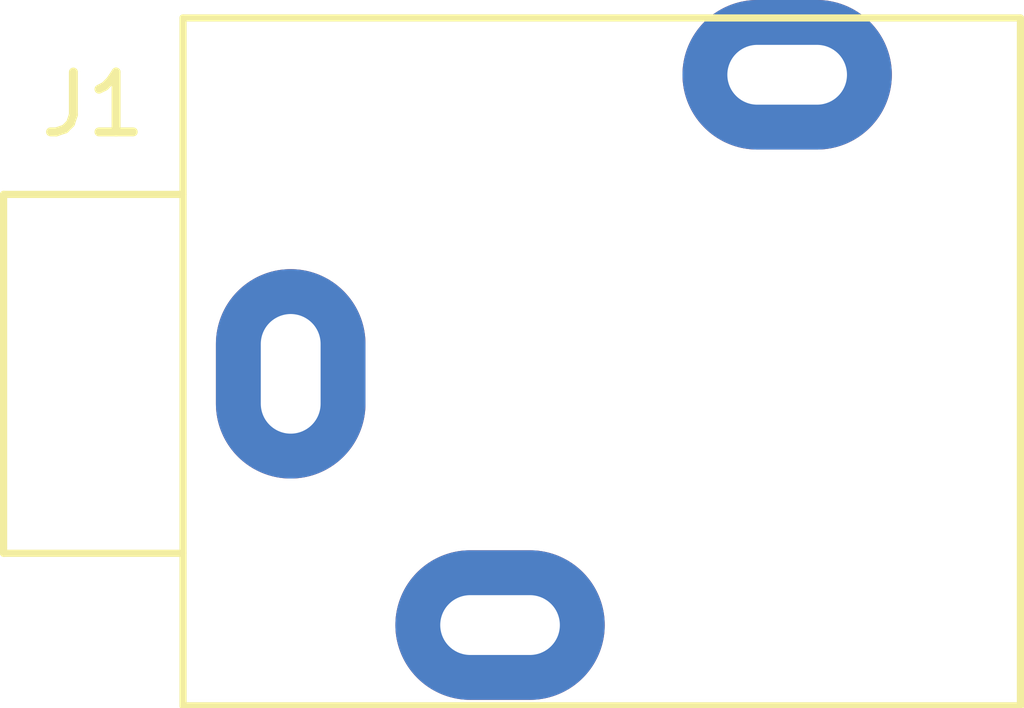
<source format=kicad_pcb>
(kicad_pcb (version 20171130) (host pcbnew "(5.1.4)-1")

  (general
    (thickness 1.6)
    (drawings 0)
    (tracks 0)
    (zones 0)
    (modules 1)
    (nets 1)
  )

  (page A4)
  (layers
    (0 F.Cu signal)
    (31 B.Cu signal)
    (32 B.Adhes user)
    (33 F.Adhes user)
    (34 B.Paste user)
    (35 F.Paste user)
    (36 B.SilkS user)
    (37 F.SilkS user)
    (38 B.Mask user)
    (39 F.Mask user)
    (40 Dwgs.User user)
    (41 Cmts.User user)
    (42 Eco1.User user)
    (43 Eco2.User user)
    (44 Edge.Cuts user)
    (45 Margin user)
    (46 B.CrtYd user)
    (47 F.CrtYd user)
    (48 B.Fab user)
    (49 F.Fab user)
  )

  (setup
    (last_trace_width 0.25)
    (trace_clearance 0.2)
    (zone_clearance 0.508)
    (zone_45_only no)
    (trace_min 0.2)
    (via_size 0.8)
    (via_drill 0.4)
    (via_min_size 0.4)
    (via_min_drill 0.3)
    (uvia_size 0.3)
    (uvia_drill 0.1)
    (uvias_allowed no)
    (uvia_min_size 0.2)
    (uvia_min_drill 0.1)
    (edge_width 0.05)
    (segment_width 0.2)
    (pcb_text_width 0.3)
    (pcb_text_size 1.5 1.5)
    (mod_edge_width 0.12)
    (mod_text_size 1 1)
    (mod_text_width 0.15)
    (pad_size 1.524 1.524)
    (pad_drill 0.762)
    (pad_to_mask_clearance 0.051)
    (solder_mask_min_width 0.25)
    (aux_axis_origin 0 0)
    (visible_elements FFFFFF7F)
    (pcbplotparams
      (layerselection 0x010fc_ffffffff)
      (usegerberextensions false)
      (usegerberattributes false)
      (usegerberadvancedattributes false)
      (creategerberjobfile false)
      (excludeedgelayer true)
      (linewidth 0.100000)
      (plotframeref false)
      (viasonmask false)
      (mode 1)
      (useauxorigin false)
      (hpglpennumber 1)
      (hpglpenspeed 20)
      (hpglpendiameter 15.000000)
      (psnegative false)
      (psa4output false)
      (plotreference true)
      (plotvalue true)
      (plotinvisibletext false)
      (padsonsilk false)
      (subtractmaskfromsilk false)
      (outputformat 1)
      (mirror false)
      (drillshape 1)
      (scaleselection 1)
      (outputdirectory ""))
  )

  (net 0 "")

  (net_class Default "This is the default net class."
    (clearance 0.2)
    (trace_width 0.25)
    (via_dia 0.8)
    (via_drill 0.4)
    (uvia_dia 0.3)
    (uvia_drill 0.1)
    (add_net "Net-(J1-PadR)")
    (add_net "Net-(J1-PadS)")
    (add_net "Net-(J1-PadT)")
  )

  (module user-footprints:SJ1-3513N (layer F.Cu) (tedit 5D9B12C7) (tstamp 5D9B4AFD)
    (at 130.75 73.5)
    (path /5D9C2343)
    (fp_text reference J1 (at -1.5 -4.5) (layer F.SilkS)
      (effects (font (size 1 1) (thickness 0.15)))
    )
    (fp_text value AudioJack3 (at 1.5 -0.25) (layer F.Fab)
      (effects (font (size 1 1) (thickness 0.15)))
    )
    (fp_line (start -3 3) (end 0 3) (layer F.CrtYd) (width 0.12))
    (fp_line (start -3 -3) (end -3 3) (layer F.CrtYd) (width 0.12))
    (fp_line (start 0 -3) (end -3 -3) (layer F.CrtYd) (width 0.12))
    (fp_line (start 0 5.55) (end 0 -5.95) (layer F.CrtYd) (width 0.12))
    (fp_line (start 14 5.55) (end 0 5.55) (layer F.CrtYd) (width 0.12))
    (fp_line (start 14 -5.95) (end 14 5.55) (layer F.CrtYd) (width 0.12))
    (fp_line (start 0 -5.95) (end 14 -5.95) (layer F.CrtYd) (width 0.12))
    (fp_line (start -3 3) (end 0 3) (layer F.SilkS) (width 0.12))
    (fp_line (start -3 -3) (end -3 3) (layer F.SilkS) (width 0.12))
    (fp_line (start 0 -3) (end -3 -3) (layer F.SilkS) (width 0.12))
    (fp_line (start 0 5.55) (end 14 5.55) (layer F.SilkS) (width 0.12))
    (fp_line (start 14 -5.95) (end 14 5.55) (layer F.SilkS) (width 0.12))
    (fp_line (start 0 -5.95) (end 14 -5.95) (layer F.SilkS) (width 0.12))
    (fp_line (start 0 5.55) (end 0 -5.95) (layer F.SilkS) (width 0.12))
    (pad R thru_hole oval (at 10.1 -5) (size 3.5 2.5) (drill oval 2 1) (layers *.Cu *.Mask))
    (pad T thru_hole oval (at 5.3 4.2) (size 3.5 2.5) (drill oval 2 1) (layers *.Cu *.Mask))
    (pad S thru_hole oval (at 1.8 0 90) (size 3.5 2.5) (drill oval 2 1) (layers *.Cu *.Mask))
  )

)

</source>
